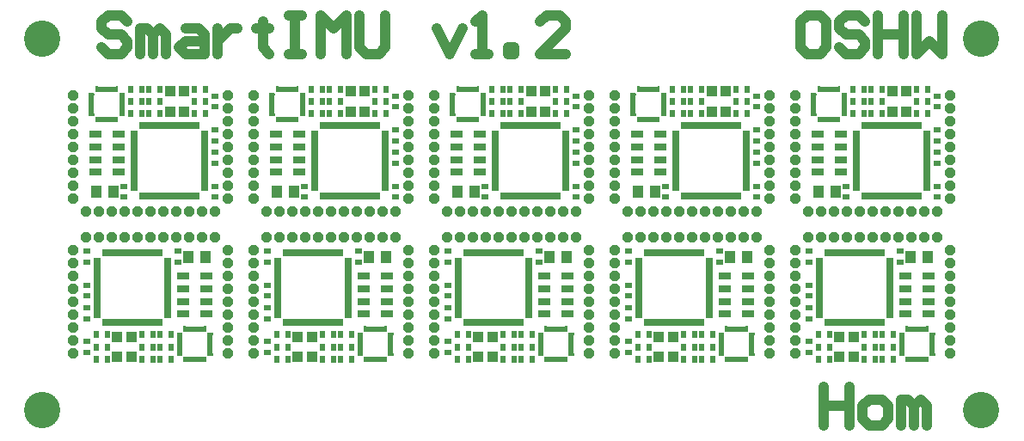
<source format=gts>
%FSLAX25Y25*%
%MOIN*%
G70*
G01*
G75*
G04 Layer_Color=8388736*
%ADD10C,0.00400*%
%ADD11C,0.03000*%
%ADD12R,0.03600X0.04400*%
%ADD13R,0.02000X0.02400*%
%ADD14R,0.02400X0.02000*%
%ADD15C,0.00787*%
%ADD16R,0.01969X0.00787*%
%ADD17R,0.00787X0.01969*%
%ADD18R,0.04331X0.02362*%
%ADD19R,0.03937X0.03937*%
%ADD20R,0.02756X0.01181*%
%ADD21R,0.01181X0.02756*%
%ADD22C,0.00600*%
%ADD23C,0.00800*%
%ADD24C,0.13780*%
%ADD25P,0.04330X8X202.5*%
%ADD26P,0.04330X8X292.5*%
%ADD27C,0.02000*%
%ADD28R,0.07400X0.07400*%
%ADD29R,0.22000X0.22000*%
%ADD30R,0.00450X0.02200*%
%ADD31R,0.02200X0.00450*%
%ADD32R,0.04000X0.00800*%
%ADD33R,0.00450X0.01400*%
%ADD34R,0.00450X0.01400*%
%ADD35R,0.01400X0.00450*%
%ADD36R,0.01400X0.00450*%
%ADD37C,0.04000*%
%ADD38R,0.02362X0.09055*%
%ADD39R,0.09055X0.02362*%
%ADD40R,0.03150X0.23228*%
%ADD41R,0.23228X0.03150*%
%ADD42R,0.03900X0.04700*%
%ADD43R,0.02300X0.02700*%
%ADD44R,0.02700X0.02300*%
%ADD45R,0.02169X0.00987*%
%ADD46R,0.00987X0.02169*%
%ADD47R,0.04631X0.02662*%
%ADD48R,0.04237X0.04237*%
%ADD49R,0.02956X0.01381*%
%ADD50R,0.01381X0.02956*%
%ADD51C,0.14079*%
G36*
X33077Y127323D02*
X32825Y127071D01*
X30912D01*
Y128055D01*
X33077D01*
Y127323D01*
D02*
G37*
G36*
X44888Y127071D02*
X42975D01*
X42723Y127323D01*
Y128055D01*
X44888D01*
Y127071D01*
D02*
G37*
G36*
X34455Y124512D02*
X33471D01*
Y126425D01*
X33723Y126677D01*
X34455D01*
Y124512D01*
D02*
G37*
G36*
X42329Y126425D02*
Y124512D01*
X41345D01*
Y126677D01*
X42077D01*
X42329Y126425D01*
D02*
G37*
G36*
X34455Y136323D02*
X33723D01*
X33471Y136575D01*
Y138488D01*
X34455D01*
Y136323D01*
D02*
G37*
G36*
X42329Y136575D02*
X42077Y136323D01*
X41345D01*
Y138488D01*
X42329D01*
Y136575D01*
D02*
G37*
G36*
X33077Y135677D02*
Y134945D01*
X30912D01*
Y135929D01*
X32825D01*
X33077Y135677D01*
D02*
G37*
G36*
X44888Y134945D02*
X42723D01*
Y135677D01*
X42975Y135929D01*
X44888D01*
Y134945D01*
D02*
G37*
G36*
X103077Y127323D02*
X102825Y127071D01*
X100912D01*
Y128055D01*
X103077D01*
Y127323D01*
D02*
G37*
G36*
X114888Y127071D02*
X112975D01*
X112723Y127323D01*
Y128055D01*
X114888D01*
Y127071D01*
D02*
G37*
G36*
X104455Y124512D02*
X103471D01*
Y126425D01*
X103723Y126677D01*
X104455D01*
Y124512D01*
D02*
G37*
G36*
X112329Y126425D02*
Y124512D01*
X111345D01*
Y126677D01*
X112077D01*
X112329Y126425D01*
D02*
G37*
G36*
X104455Y136323D02*
X103723D01*
X103471Y136575D01*
Y138488D01*
X104455D01*
Y136323D01*
D02*
G37*
G36*
X112329Y136575D02*
X112077Y136323D01*
X111345D01*
Y138488D01*
X112329D01*
Y136575D01*
D02*
G37*
G36*
X103077Y135677D02*
Y134945D01*
X100912D01*
Y135929D01*
X102825D01*
X103077Y135677D01*
D02*
G37*
G36*
X114888Y134945D02*
X112723D01*
Y135677D01*
X112975Y135929D01*
X114888D01*
Y134945D01*
D02*
G37*
G36*
X173077Y127323D02*
X172825Y127071D01*
X170912D01*
Y128055D01*
X173077D01*
Y127323D01*
D02*
G37*
G36*
X184888Y127071D02*
X182975D01*
X182723Y127323D01*
Y128055D01*
X184888D01*
Y127071D01*
D02*
G37*
G36*
X174455Y124512D02*
X173471D01*
Y126425D01*
X173723Y126677D01*
X174455D01*
Y124512D01*
D02*
G37*
G36*
X182329Y126425D02*
Y124512D01*
X181345D01*
Y126677D01*
X182077D01*
X182329Y126425D01*
D02*
G37*
G36*
X174455Y136323D02*
X173723D01*
X173471Y136575D01*
Y138488D01*
X174455D01*
Y136323D01*
D02*
G37*
G36*
X182329Y136575D02*
X182077Y136323D01*
X181345D01*
Y138488D01*
X182329D01*
Y136575D01*
D02*
G37*
G36*
X173077Y135677D02*
Y134945D01*
X170912D01*
Y135929D01*
X172825D01*
X173077Y135677D01*
D02*
G37*
G36*
X184888Y134945D02*
X182723D01*
Y135677D01*
X182975Y135929D01*
X184888D01*
Y134945D01*
D02*
G37*
G36*
X243077Y127323D02*
X242825Y127071D01*
X240912D01*
Y128055D01*
X243077D01*
Y127323D01*
D02*
G37*
G36*
X254888Y127071D02*
X252975D01*
X252723Y127323D01*
Y128055D01*
X254888D01*
Y127071D01*
D02*
G37*
G36*
X244455Y124512D02*
X243471D01*
Y126425D01*
X243723Y126677D01*
X244455D01*
Y124512D01*
D02*
G37*
G36*
X252329Y126425D02*
Y124512D01*
X251345D01*
Y126677D01*
X252077D01*
X252329Y126425D01*
D02*
G37*
G36*
X244455Y136323D02*
X243723D01*
X243471Y136575D01*
Y138488D01*
X244455D01*
Y136323D01*
D02*
G37*
G36*
X252329Y136575D02*
X252077Y136323D01*
X251345D01*
Y138488D01*
X252329D01*
Y136575D01*
D02*
G37*
G36*
X243077Y135677D02*
Y134945D01*
X240912D01*
Y135929D01*
X242825D01*
X243077Y135677D01*
D02*
G37*
G36*
X254888Y134945D02*
X252723D01*
Y135677D01*
X252975Y135929D01*
X254888D01*
Y134945D01*
D02*
G37*
G36*
X313077Y127323D02*
X312825Y127071D01*
X310912D01*
Y128055D01*
X313077D01*
Y127323D01*
D02*
G37*
G36*
X324888Y127071D02*
X322975D01*
X322723Y127323D01*
Y128055D01*
X324888D01*
Y127071D01*
D02*
G37*
G36*
X314455Y124512D02*
X313471D01*
Y126425D01*
X313723Y126677D01*
X314455D01*
Y124512D01*
D02*
G37*
G36*
X322329Y126425D02*
Y124512D01*
X321345D01*
Y126677D01*
X322077D01*
X322329Y126425D01*
D02*
G37*
G36*
X314455Y136323D02*
X313723D01*
X313471Y136575D01*
Y138488D01*
X314455D01*
Y136323D01*
D02*
G37*
G36*
X322329Y136575D02*
X322077Y136323D01*
X321345D01*
Y138488D01*
X322329D01*
Y136575D01*
D02*
G37*
G36*
X313077Y135677D02*
Y134945D01*
X310912D01*
Y135929D01*
X312825D01*
X313077Y135677D01*
D02*
G37*
G36*
X324888Y134945D02*
X322723D01*
Y135677D01*
X322975Y135929D01*
X324888D01*
Y134945D01*
D02*
G37*
G36*
X356923Y42677D02*
X357175Y42929D01*
X359088D01*
Y41945D01*
X356923D01*
Y42677D01*
D02*
G37*
G36*
X345112Y42929D02*
X347025D01*
X347277Y42677D01*
Y41945D01*
X345112D01*
Y42929D01*
D02*
G37*
G36*
X355545Y45488D02*
X356529D01*
Y43575D01*
X356277Y43323D01*
X355545D01*
Y45488D01*
D02*
G37*
G36*
X347671Y43575D02*
Y45488D01*
X348655D01*
Y43323D01*
X347923D01*
X347671Y43575D01*
D02*
G37*
G36*
X355545Y33677D02*
X356277D01*
X356529Y33425D01*
Y31512D01*
X355545D01*
Y33677D01*
D02*
G37*
G36*
X347671Y33425D02*
X347923Y33677D01*
X348655D01*
Y31512D01*
X347671D01*
Y33425D01*
D02*
G37*
G36*
X356923Y34323D02*
Y35055D01*
X359088D01*
Y34071D01*
X357175D01*
X356923Y34323D01*
D02*
G37*
G36*
X345112Y35055D02*
X347277D01*
Y34323D01*
X347025Y34071D01*
X345112D01*
Y35055D01*
D02*
G37*
G36*
X286923Y42677D02*
X287175Y42929D01*
X289088D01*
Y41945D01*
X286923D01*
Y42677D01*
D02*
G37*
G36*
X275112Y42929D02*
X277025D01*
X277277Y42677D01*
Y41945D01*
X275112D01*
Y42929D01*
D02*
G37*
G36*
X285545Y45488D02*
X286529D01*
Y43575D01*
X286277Y43323D01*
X285545D01*
Y45488D01*
D02*
G37*
G36*
X277671Y43575D02*
Y45488D01*
X278655D01*
Y43323D01*
X277923D01*
X277671Y43575D01*
D02*
G37*
G36*
X285545Y33677D02*
X286277D01*
X286529Y33425D01*
Y31512D01*
X285545D01*
Y33677D01*
D02*
G37*
G36*
X277671Y33425D02*
X277923Y33677D01*
X278655D01*
Y31512D01*
X277671D01*
Y33425D01*
D02*
G37*
G36*
X286923Y34323D02*
Y35055D01*
X289088D01*
Y34071D01*
X287175D01*
X286923Y34323D01*
D02*
G37*
G36*
X275112Y35055D02*
X277277D01*
Y34323D01*
X277025Y34071D01*
X275112D01*
Y35055D01*
D02*
G37*
G36*
X216923Y42677D02*
X217175Y42929D01*
X219088D01*
Y41945D01*
X216923D01*
Y42677D01*
D02*
G37*
G36*
X205112Y42929D02*
X207025D01*
X207277Y42677D01*
Y41945D01*
X205112D01*
Y42929D01*
D02*
G37*
G36*
X215545Y45488D02*
X216529D01*
Y43575D01*
X216277Y43323D01*
X215545D01*
Y45488D01*
D02*
G37*
G36*
X207671Y43575D02*
Y45488D01*
X208655D01*
Y43323D01*
X207923D01*
X207671Y43575D01*
D02*
G37*
G36*
X215545Y33677D02*
X216277D01*
X216529Y33425D01*
Y31512D01*
X215545D01*
Y33677D01*
D02*
G37*
G36*
X207671Y33425D02*
X207923Y33677D01*
X208655D01*
Y31512D01*
X207671D01*
Y33425D01*
D02*
G37*
G36*
X216923Y34323D02*
Y35055D01*
X219088D01*
Y34071D01*
X217175D01*
X216923Y34323D01*
D02*
G37*
G36*
X205112Y35055D02*
X207277D01*
Y34323D01*
X207025Y34071D01*
X205112D01*
Y35055D01*
D02*
G37*
G36*
X146923Y42677D02*
X147175Y42929D01*
X149088D01*
Y41945D01*
X146923D01*
Y42677D01*
D02*
G37*
G36*
X135112Y42929D02*
X137025D01*
X137277Y42677D01*
Y41945D01*
X135112D01*
Y42929D01*
D02*
G37*
G36*
X145545Y45488D02*
X146529D01*
Y43575D01*
X146277Y43323D01*
X145545D01*
Y45488D01*
D02*
G37*
G36*
X137671Y43575D02*
Y45488D01*
X138655D01*
Y43323D01*
X137923D01*
X137671Y43575D01*
D02*
G37*
G36*
X145545Y33677D02*
X146277D01*
X146529Y33425D01*
Y31512D01*
X145545D01*
Y33677D01*
D02*
G37*
G36*
X137671Y33425D02*
X137923Y33677D01*
X138655D01*
Y31512D01*
X137671D01*
Y33425D01*
D02*
G37*
G36*
X146923Y34323D02*
Y35055D01*
X149088D01*
Y34071D01*
X147175D01*
X146923Y34323D01*
D02*
G37*
G36*
X135112Y35055D02*
X137277D01*
Y34323D01*
X137025Y34071D01*
X135112D01*
Y35055D01*
D02*
G37*
G36*
X76923Y42677D02*
X77175Y42929D01*
X79088D01*
Y41945D01*
X76923D01*
Y42677D01*
D02*
G37*
G36*
X65112Y42929D02*
X67025D01*
X67277Y42677D01*
Y41945D01*
X65112D01*
Y42929D01*
D02*
G37*
G36*
X75545Y45488D02*
X76529D01*
Y43575D01*
X76277Y43323D01*
X75545D01*
Y45488D01*
D02*
G37*
G36*
X67671Y43575D02*
Y45488D01*
X68655D01*
Y43323D01*
X67923D01*
X67671Y43575D01*
D02*
G37*
G36*
X75545Y33677D02*
X76277D01*
X76529Y33425D01*
Y31512D01*
X75545D01*
Y33677D01*
D02*
G37*
G36*
X67671Y33425D02*
X67923Y33677D01*
X68655D01*
Y31512D01*
X67671D01*
Y33425D01*
D02*
G37*
G36*
X76923Y34323D02*
Y35055D01*
X79088D01*
Y34071D01*
X77175D01*
X76923Y34323D01*
D02*
G37*
G36*
X65112Y35055D02*
X67277D01*
Y34323D01*
X67025Y34071D01*
X65112D01*
Y35055D01*
D02*
G37*
D15*
X31995Y135437D02*
D03*
X33963Y137406D02*
D03*
X41837D02*
D03*
X43806Y135437D02*
D03*
Y127563D02*
D03*
X41837Y125594D02*
D03*
X31995Y127563D02*
D03*
X33963Y125594D02*
D03*
X101995Y135437D02*
D03*
X103963Y137406D02*
D03*
X111837D02*
D03*
X113806Y135437D02*
D03*
Y127563D02*
D03*
X111837Y125594D02*
D03*
X101995Y127563D02*
D03*
X103963Y125594D02*
D03*
X171994Y135437D02*
D03*
X173963Y137406D02*
D03*
X181837D02*
D03*
X183806Y135437D02*
D03*
Y127563D02*
D03*
X181837Y125594D02*
D03*
X171994Y127563D02*
D03*
X173963Y125594D02*
D03*
X241995Y135437D02*
D03*
X243963Y137406D02*
D03*
X251837D02*
D03*
X253806Y135437D02*
D03*
Y127563D02*
D03*
X251837Y125594D02*
D03*
X241995Y127563D02*
D03*
X243963Y125594D02*
D03*
X311995Y135437D02*
D03*
X313963Y137406D02*
D03*
X321837D02*
D03*
X323806Y135437D02*
D03*
Y127563D02*
D03*
X321837Y125594D02*
D03*
X311995Y127563D02*
D03*
X313963Y125594D02*
D03*
X358006Y34563D02*
D03*
X356037Y32594D02*
D03*
X348163D02*
D03*
X346195Y34563D02*
D03*
Y42437D02*
D03*
X348163Y44406D02*
D03*
X358006Y42437D02*
D03*
X356037Y44406D02*
D03*
X288006Y34563D02*
D03*
X286037Y32594D02*
D03*
X278163D02*
D03*
X276195Y34563D02*
D03*
Y42437D02*
D03*
X278163Y44406D02*
D03*
X288006Y42437D02*
D03*
X286037Y44406D02*
D03*
X218006Y34563D02*
D03*
X216037Y32594D02*
D03*
X208163D02*
D03*
X206194Y34563D02*
D03*
Y42437D02*
D03*
X208163Y44406D02*
D03*
X218006Y42437D02*
D03*
X216037Y44406D02*
D03*
X148006Y34563D02*
D03*
X146037Y32594D02*
D03*
X138163D02*
D03*
X136195Y34563D02*
D03*
Y42437D02*
D03*
X138163Y44406D02*
D03*
X148006Y42437D02*
D03*
X146037Y44406D02*
D03*
X78006Y34563D02*
D03*
X76037Y32594D02*
D03*
X68163D02*
D03*
X66194Y34563D02*
D03*
Y42437D02*
D03*
X68163Y44406D02*
D03*
X78006Y42437D02*
D03*
X76037Y44406D02*
D03*
D25*
X25000Y135000D02*
D03*
X85000Y130000D02*
D03*
Y135000D02*
D03*
X25000Y95000D02*
D03*
Y120000D02*
D03*
X85000Y95000D02*
D03*
Y105000D02*
D03*
Y100000D02*
D03*
X24996Y125000D02*
D03*
X25000Y100000D02*
D03*
Y115000D02*
D03*
Y110000D02*
D03*
Y105000D02*
D03*
Y130000D02*
D03*
X85000Y110000D02*
D03*
Y115000D02*
D03*
Y120000D02*
D03*
Y125000D02*
D03*
X95000Y135000D02*
D03*
X155000Y130000D02*
D03*
Y135000D02*
D03*
X95000Y95000D02*
D03*
Y120000D02*
D03*
X155000Y95000D02*
D03*
Y105000D02*
D03*
Y100000D02*
D03*
X94996Y125000D02*
D03*
X95000Y100000D02*
D03*
Y115000D02*
D03*
Y110000D02*
D03*
Y105000D02*
D03*
Y130000D02*
D03*
X155000Y110000D02*
D03*
Y115000D02*
D03*
Y120000D02*
D03*
Y125000D02*
D03*
X165000Y135000D02*
D03*
X225000Y130000D02*
D03*
Y135000D02*
D03*
X165000Y95000D02*
D03*
Y120000D02*
D03*
X225000Y95000D02*
D03*
Y105000D02*
D03*
Y100000D02*
D03*
X164996Y125000D02*
D03*
X165000Y100000D02*
D03*
Y115000D02*
D03*
Y110000D02*
D03*
Y105000D02*
D03*
Y130000D02*
D03*
X225000Y110000D02*
D03*
Y115000D02*
D03*
Y120000D02*
D03*
Y125000D02*
D03*
X235000Y135000D02*
D03*
X295000Y130000D02*
D03*
Y135000D02*
D03*
X235000Y95000D02*
D03*
Y120000D02*
D03*
X295000Y95000D02*
D03*
Y105000D02*
D03*
Y100000D02*
D03*
X234996Y125000D02*
D03*
X235000Y100000D02*
D03*
Y115000D02*
D03*
Y110000D02*
D03*
Y105000D02*
D03*
Y130000D02*
D03*
X295000Y110000D02*
D03*
Y115000D02*
D03*
Y120000D02*
D03*
Y125000D02*
D03*
X305000Y135000D02*
D03*
X365000Y130000D02*
D03*
Y135000D02*
D03*
X305000Y95000D02*
D03*
Y120000D02*
D03*
X365000Y95000D02*
D03*
Y105000D02*
D03*
Y100000D02*
D03*
X304996Y125000D02*
D03*
X305000Y100000D02*
D03*
Y115000D02*
D03*
Y110000D02*
D03*
Y105000D02*
D03*
Y130000D02*
D03*
X365000Y110000D02*
D03*
Y115000D02*
D03*
Y120000D02*
D03*
Y125000D02*
D03*
Y35000D02*
D03*
X305000Y40000D02*
D03*
Y35000D02*
D03*
X365000Y75000D02*
D03*
Y50000D02*
D03*
X305000Y75000D02*
D03*
Y65000D02*
D03*
Y70000D02*
D03*
X365004Y45000D02*
D03*
X365000Y70000D02*
D03*
Y55000D02*
D03*
Y60000D02*
D03*
Y65000D02*
D03*
Y40000D02*
D03*
X305000Y60000D02*
D03*
Y55000D02*
D03*
Y50000D02*
D03*
Y45000D02*
D03*
X295000Y35000D02*
D03*
X235000Y40000D02*
D03*
Y35000D02*
D03*
X295000Y75000D02*
D03*
Y50000D02*
D03*
X235000Y75000D02*
D03*
Y65000D02*
D03*
Y70000D02*
D03*
X295004Y45000D02*
D03*
X295000Y70000D02*
D03*
Y55000D02*
D03*
Y60000D02*
D03*
Y65000D02*
D03*
Y40000D02*
D03*
X235000Y60000D02*
D03*
Y55000D02*
D03*
Y50000D02*
D03*
Y45000D02*
D03*
X225000Y35000D02*
D03*
X165000Y40000D02*
D03*
Y35000D02*
D03*
X225000Y75000D02*
D03*
Y50000D02*
D03*
X165000Y75000D02*
D03*
Y65000D02*
D03*
Y70000D02*
D03*
X225004Y45000D02*
D03*
X225000Y70000D02*
D03*
Y55000D02*
D03*
Y60000D02*
D03*
Y65000D02*
D03*
Y40000D02*
D03*
X165000Y60000D02*
D03*
Y55000D02*
D03*
Y50000D02*
D03*
Y45000D02*
D03*
X155000Y35000D02*
D03*
X95000Y40000D02*
D03*
Y35000D02*
D03*
X155000Y75000D02*
D03*
Y50000D02*
D03*
X95000Y75000D02*
D03*
Y65000D02*
D03*
Y70000D02*
D03*
X155004Y45000D02*
D03*
X155000Y70000D02*
D03*
Y55000D02*
D03*
Y60000D02*
D03*
Y65000D02*
D03*
Y40000D02*
D03*
X95000Y60000D02*
D03*
Y55000D02*
D03*
Y50000D02*
D03*
Y45000D02*
D03*
X85000Y35000D02*
D03*
X25000Y40000D02*
D03*
Y35000D02*
D03*
X85000Y75000D02*
D03*
Y50000D02*
D03*
X25000Y75000D02*
D03*
Y65000D02*
D03*
Y70000D02*
D03*
X85004Y45000D02*
D03*
X85000Y70000D02*
D03*
Y55000D02*
D03*
Y60000D02*
D03*
Y65000D02*
D03*
Y40000D02*
D03*
X25000Y60000D02*
D03*
Y55000D02*
D03*
Y50000D02*
D03*
Y45000D02*
D03*
D26*
X65000Y90000D02*
D03*
X70000D02*
D03*
X75000D02*
D03*
X30000D02*
D03*
X80000D02*
D03*
X60000D02*
D03*
X55000D02*
D03*
X35000D02*
D03*
X40000D02*
D03*
X45000D02*
D03*
X50000D02*
D03*
X135000D02*
D03*
X140000D02*
D03*
X145000D02*
D03*
X100000D02*
D03*
X150000D02*
D03*
X130000D02*
D03*
X125000D02*
D03*
X105000D02*
D03*
X110000D02*
D03*
X115000D02*
D03*
X120000D02*
D03*
X205000D02*
D03*
X210000D02*
D03*
X215000D02*
D03*
X170000D02*
D03*
X220000D02*
D03*
X200000D02*
D03*
X195000D02*
D03*
X175000D02*
D03*
X180000D02*
D03*
X185000D02*
D03*
X190000D02*
D03*
X275000D02*
D03*
X280000D02*
D03*
X285000D02*
D03*
X240000D02*
D03*
X290000D02*
D03*
X270000D02*
D03*
X265000D02*
D03*
X245000D02*
D03*
X250000D02*
D03*
X255000D02*
D03*
X260000D02*
D03*
X345000D02*
D03*
X350000D02*
D03*
X355000D02*
D03*
X310000D02*
D03*
X360000D02*
D03*
X340000D02*
D03*
X335000D02*
D03*
X315000D02*
D03*
X320000D02*
D03*
X325000D02*
D03*
X330000D02*
D03*
X325000Y80000D02*
D03*
X320000D02*
D03*
X315000D02*
D03*
X360000D02*
D03*
X310000D02*
D03*
X330000D02*
D03*
X335000D02*
D03*
X355000D02*
D03*
X350000D02*
D03*
X345000D02*
D03*
X340000D02*
D03*
X255000D02*
D03*
X250000D02*
D03*
X245000D02*
D03*
X290000D02*
D03*
X240000D02*
D03*
X260000D02*
D03*
X265000D02*
D03*
X285000D02*
D03*
X280000D02*
D03*
X275000D02*
D03*
X270000D02*
D03*
X185000D02*
D03*
X180000D02*
D03*
X175000D02*
D03*
X220000D02*
D03*
X170000D02*
D03*
X190000D02*
D03*
X195000D02*
D03*
X215000D02*
D03*
X210000D02*
D03*
X205000D02*
D03*
X200000D02*
D03*
X115000D02*
D03*
X110000D02*
D03*
X105000D02*
D03*
X150000D02*
D03*
X100000D02*
D03*
X120000D02*
D03*
X125000D02*
D03*
X145000D02*
D03*
X140000D02*
D03*
X135000D02*
D03*
X130000D02*
D03*
X45000D02*
D03*
X40000D02*
D03*
X35000D02*
D03*
X80000D02*
D03*
X30000D02*
D03*
X50000D02*
D03*
X55000D02*
D03*
X75000D02*
D03*
X70000D02*
D03*
X65000D02*
D03*
X60000D02*
D03*
D37*
X316000Y21995D02*
Y7000D01*
Y14498D01*
X325997D01*
Y21995D01*
Y7000D01*
X333494D02*
X338493D01*
X340992Y9499D01*
Y14498D01*
X338493Y16997D01*
X333494D01*
X330995Y14498D01*
Y9499D01*
X333494Y7000D01*
X345990D02*
Y16997D01*
X348489D01*
X350989Y14498D01*
Y7000D01*
Y14498D01*
X353488Y16997D01*
X355987Y14498D01*
Y7000D01*
X314498Y165995D02*
X309499D01*
X307000Y163496D01*
Y153499D01*
X309499Y151000D01*
X314498D01*
X316997Y153499D01*
Y163496D01*
X314498Y165995D01*
X331992Y163496D02*
X329493Y165995D01*
X324494D01*
X321995Y163496D01*
Y160997D01*
X324494Y158498D01*
X329493D01*
X331992Y155998D01*
Y153499D01*
X329493Y151000D01*
X324494D01*
X321995Y153499D01*
X336990Y165995D02*
Y151000D01*
Y158498D01*
X346987D01*
Y165995D01*
Y151000D01*
X351986Y165995D02*
Y151000D01*
X356984Y155998D01*
X361982Y151000D01*
Y165995D01*
X45997Y163496D02*
X43498Y165995D01*
X38499D01*
X36000Y163496D01*
Y160997D01*
X38499Y158498D01*
X43498D01*
X45997Y155998D01*
Y153499D01*
X43498Y151000D01*
X38499D01*
X36000Y153499D01*
X50995Y151000D02*
Y160997D01*
X53494D01*
X55994Y158498D01*
Y151000D01*
Y158498D01*
X58493Y160997D01*
X60992Y158498D01*
Y151000D01*
X68489Y160997D02*
X73488D01*
X75987Y158498D01*
Y151000D01*
X68489D01*
X65990Y153499D01*
X68489Y155998D01*
X75987D01*
X80985Y160997D02*
Y151000D01*
Y155998D01*
X83485Y158498D01*
X85984Y160997D01*
X88483D01*
X98480Y163496D02*
Y160997D01*
X95981D01*
X100979D01*
X98480D01*
Y153499D01*
X100979Y151000D01*
X108477Y165995D02*
X113475D01*
X110976D01*
Y151000D01*
X108477D01*
X113475D01*
X120973D02*
Y165995D01*
X125971Y160997D01*
X130969Y165995D01*
Y151000D01*
X135968Y165995D02*
Y153499D01*
X138467Y151000D01*
X143465D01*
X145965Y153499D01*
Y165995D01*
X165958Y160997D02*
X170956Y151000D01*
X175955Y160997D01*
X180953Y151000D02*
X185951D01*
X183452D01*
Y165995D01*
X180953Y163496D01*
X193449Y151000D02*
Y153499D01*
X195948D01*
Y151000D01*
X193449D01*
X215942D02*
X205945D01*
X215942Y160997D01*
Y163496D01*
X213443Y165995D01*
X208444D01*
X205945Y163496D01*
D38*
X43806Y131500D02*
D03*
X31995Y131500D02*
D03*
X113805Y131500D02*
D03*
X101995Y131500D02*
D03*
X183806Y131500D02*
D03*
X171995Y131500D02*
D03*
X253805Y131500D02*
D03*
X241995Y131500D02*
D03*
X323805Y131500D02*
D03*
X311995Y131500D02*
D03*
X346195Y38500D02*
D03*
X358005D02*
D03*
X276195D02*
D03*
X288005D02*
D03*
X206195D02*
D03*
X218005D02*
D03*
X136195D02*
D03*
X148005D02*
D03*
X66195D02*
D03*
X78005D02*
D03*
D39*
X37900Y137406D02*
D03*
X37900Y125595D02*
D03*
X107900Y137406D02*
D03*
X107900Y125595D02*
D03*
X177900Y137406D02*
D03*
X177900Y125595D02*
D03*
X247900Y137406D02*
D03*
X247900Y125595D02*
D03*
X317900Y137406D02*
D03*
X317900Y125595D02*
D03*
X352100Y32595D02*
D03*
X352100Y44405D02*
D03*
X282100Y32595D02*
D03*
X282100Y44405D02*
D03*
X212100Y32595D02*
D03*
X212100Y44405D02*
D03*
X142100Y32595D02*
D03*
X142100Y44405D02*
D03*
X72100Y32595D02*
D03*
X72100Y44405D02*
D03*
D40*
X75783Y109600D02*
D03*
X48617D02*
D03*
X145783D02*
D03*
X118617D02*
D03*
X215783D02*
D03*
X188617D02*
D03*
X285783D02*
D03*
X258617D02*
D03*
X355783D02*
D03*
X328617D02*
D03*
X314217Y60400D02*
D03*
X341383D02*
D03*
X244217D02*
D03*
X271383D02*
D03*
X174217D02*
D03*
X201383D02*
D03*
X104217D02*
D03*
X131383D02*
D03*
X34217D02*
D03*
X61383D02*
D03*
D41*
X62200Y123183D02*
D03*
Y96017D02*
D03*
X132200Y123183D02*
D03*
Y96017D02*
D03*
X202200Y123183D02*
D03*
Y96017D02*
D03*
X272200Y123183D02*
D03*
Y96017D02*
D03*
X342200Y123183D02*
D03*
Y96017D02*
D03*
X327800Y46817D02*
D03*
Y73983D02*
D03*
X257800Y46817D02*
D03*
Y73983D02*
D03*
X187800Y46817D02*
D03*
Y73983D02*
D03*
X117800Y46817D02*
D03*
Y73983D02*
D03*
X47800Y46817D02*
D03*
Y73983D02*
D03*
D42*
X33800Y97600D02*
D03*
X40400D02*
D03*
X103800D02*
D03*
X110400D02*
D03*
X173800D02*
D03*
X180400D02*
D03*
X243800D02*
D03*
X250400D02*
D03*
X313800D02*
D03*
X320400D02*
D03*
X356200Y72400D02*
D03*
X349600D02*
D03*
X286200D02*
D03*
X279600D02*
D03*
X216200D02*
D03*
X209600D02*
D03*
X146200D02*
D03*
X139600D02*
D03*
X76200D02*
D03*
X69600D02*
D03*
D43*
X54300Y137300D02*
D03*
X58500D02*
D03*
Y127900D02*
D03*
X54300D02*
D03*
X76100Y137300D02*
D03*
X71900D02*
D03*
X76100Y132600D02*
D03*
X71900D02*
D03*
X51500Y127900D02*
D03*
X47300D02*
D03*
X51500Y132600D02*
D03*
X47300D02*
D03*
X51500Y137300D02*
D03*
X47300D02*
D03*
X54300Y132600D02*
D03*
X58500D02*
D03*
X76100Y127900D02*
D03*
X71900D02*
D03*
X124300Y137300D02*
D03*
X128500D02*
D03*
Y127900D02*
D03*
X124300D02*
D03*
X146100Y137300D02*
D03*
X141900D02*
D03*
X146100Y132600D02*
D03*
X141900D02*
D03*
X121500Y127900D02*
D03*
X117300D02*
D03*
X121500Y132600D02*
D03*
X117300D02*
D03*
X121500Y137300D02*
D03*
X117300D02*
D03*
X124300Y132600D02*
D03*
X128500D02*
D03*
X146100Y127900D02*
D03*
X141900D02*
D03*
X194300Y137300D02*
D03*
X198500D02*
D03*
Y127900D02*
D03*
X194300D02*
D03*
X216100Y137300D02*
D03*
X211900D02*
D03*
X216100Y132600D02*
D03*
X211900D02*
D03*
X191500Y127900D02*
D03*
X187300D02*
D03*
X191500Y132600D02*
D03*
X187300D02*
D03*
X191500Y137300D02*
D03*
X187300D02*
D03*
X194300Y132600D02*
D03*
X198500D02*
D03*
X216100Y127900D02*
D03*
X211900D02*
D03*
X264300Y137300D02*
D03*
X268500D02*
D03*
Y127900D02*
D03*
X264300D02*
D03*
X286100Y137300D02*
D03*
X281900D02*
D03*
X286100Y132600D02*
D03*
X281900D02*
D03*
X261500Y127900D02*
D03*
X257300D02*
D03*
X261500Y132600D02*
D03*
X257300D02*
D03*
X261500Y137300D02*
D03*
X257300D02*
D03*
X264300Y132600D02*
D03*
X268500D02*
D03*
X286100Y127900D02*
D03*
X281900D02*
D03*
X334300Y137300D02*
D03*
X338500D02*
D03*
Y127900D02*
D03*
X334300D02*
D03*
X356100Y137300D02*
D03*
X351900D02*
D03*
X356100Y132600D02*
D03*
X351900D02*
D03*
X331500Y127900D02*
D03*
X327300D02*
D03*
X331500Y132600D02*
D03*
X327300D02*
D03*
X331500Y137300D02*
D03*
X327300D02*
D03*
X334300Y132600D02*
D03*
X338500D02*
D03*
X356100Y127900D02*
D03*
X351900D02*
D03*
X335700Y32700D02*
D03*
X331500D02*
D03*
Y42100D02*
D03*
X335700D02*
D03*
X313900Y32700D02*
D03*
X318100D02*
D03*
X313900Y37400D02*
D03*
X318100D02*
D03*
X338500Y42100D02*
D03*
X342700D02*
D03*
X338500Y37400D02*
D03*
X342700D02*
D03*
X338500Y32700D02*
D03*
X342700D02*
D03*
X335700Y37400D02*
D03*
X331500D02*
D03*
X313900Y42100D02*
D03*
X318100D02*
D03*
X265700Y32700D02*
D03*
X261500D02*
D03*
Y42100D02*
D03*
X265700D02*
D03*
X243900Y32700D02*
D03*
X248100D02*
D03*
X243900Y37400D02*
D03*
X248100D02*
D03*
X268500Y42100D02*
D03*
X272700D02*
D03*
X268500Y37400D02*
D03*
X272700D02*
D03*
X268500Y32700D02*
D03*
X272700D02*
D03*
X265700Y37400D02*
D03*
X261500D02*
D03*
X243900Y42100D02*
D03*
X248100D02*
D03*
X195700Y32700D02*
D03*
X191500D02*
D03*
Y42100D02*
D03*
X195700D02*
D03*
X173900Y32700D02*
D03*
X178100D02*
D03*
X173900Y37400D02*
D03*
X178100D02*
D03*
X198500Y42100D02*
D03*
X202700D02*
D03*
X198500Y37400D02*
D03*
X202700D02*
D03*
X198500Y32700D02*
D03*
X202700D02*
D03*
X195700Y37400D02*
D03*
X191500D02*
D03*
X173900Y42100D02*
D03*
X178100D02*
D03*
X125700Y32700D02*
D03*
X121500D02*
D03*
Y42100D02*
D03*
X125700D02*
D03*
X103900Y32700D02*
D03*
X108100D02*
D03*
X103900Y37400D02*
D03*
X108100D02*
D03*
X128500Y42100D02*
D03*
X132700D02*
D03*
X128500Y37400D02*
D03*
X132700D02*
D03*
X128500Y32700D02*
D03*
X132700D02*
D03*
X125700Y37400D02*
D03*
X121500D02*
D03*
X103900Y42100D02*
D03*
X108100D02*
D03*
X55700Y32700D02*
D03*
X51500D02*
D03*
Y42100D02*
D03*
X55700D02*
D03*
X33900Y32700D02*
D03*
X38100D02*
D03*
X33900Y37400D02*
D03*
X38100D02*
D03*
X58500Y42100D02*
D03*
X62700D02*
D03*
X58500Y37400D02*
D03*
X62700D02*
D03*
X58500Y32700D02*
D03*
X62700D02*
D03*
X55700Y37400D02*
D03*
X51500D02*
D03*
X33900Y42100D02*
D03*
X38100D02*
D03*
D44*
X44600Y99700D02*
D03*
Y95500D02*
D03*
X79800Y99700D02*
D03*
Y95500D02*
D03*
Y117400D02*
D03*
Y121600D02*
D03*
Y134700D02*
D03*
Y130500D02*
D03*
Y112800D02*
D03*
Y108600D02*
D03*
X114600Y99700D02*
D03*
Y95500D02*
D03*
X149800Y99700D02*
D03*
Y95500D02*
D03*
Y117400D02*
D03*
Y121600D02*
D03*
Y134700D02*
D03*
Y130500D02*
D03*
Y112800D02*
D03*
Y108600D02*
D03*
X184600Y99700D02*
D03*
Y95500D02*
D03*
X219800Y99700D02*
D03*
Y95500D02*
D03*
Y117400D02*
D03*
Y121600D02*
D03*
Y134700D02*
D03*
Y130500D02*
D03*
Y112800D02*
D03*
Y108600D02*
D03*
X254600Y99700D02*
D03*
Y95500D02*
D03*
X289800Y99700D02*
D03*
Y95500D02*
D03*
Y117400D02*
D03*
Y121600D02*
D03*
Y134700D02*
D03*
Y130500D02*
D03*
Y112800D02*
D03*
Y108600D02*
D03*
X324600Y99700D02*
D03*
Y95500D02*
D03*
X359800Y99700D02*
D03*
Y95500D02*
D03*
Y117400D02*
D03*
Y121600D02*
D03*
Y134700D02*
D03*
Y130500D02*
D03*
Y112800D02*
D03*
Y108600D02*
D03*
X345400Y70300D02*
D03*
Y74500D02*
D03*
X310200Y70300D02*
D03*
Y74500D02*
D03*
Y52600D02*
D03*
Y48400D02*
D03*
Y35300D02*
D03*
Y39500D02*
D03*
Y57200D02*
D03*
Y61400D02*
D03*
X275400Y70300D02*
D03*
Y74500D02*
D03*
X240200Y70300D02*
D03*
Y74500D02*
D03*
Y52600D02*
D03*
Y48400D02*
D03*
Y35300D02*
D03*
Y39500D02*
D03*
Y57200D02*
D03*
Y61400D02*
D03*
X205400Y70300D02*
D03*
Y74500D02*
D03*
X170200Y70300D02*
D03*
Y74500D02*
D03*
Y52600D02*
D03*
Y48400D02*
D03*
Y35300D02*
D03*
Y39500D02*
D03*
Y57200D02*
D03*
Y61400D02*
D03*
X135400Y70300D02*
D03*
Y74500D02*
D03*
X100200Y70300D02*
D03*
Y74500D02*
D03*
Y52600D02*
D03*
Y48400D02*
D03*
Y35300D02*
D03*
Y39500D02*
D03*
Y57200D02*
D03*
Y61400D02*
D03*
X65400Y70300D02*
D03*
Y74500D02*
D03*
X30200Y70300D02*
D03*
Y74500D02*
D03*
Y52600D02*
D03*
Y48400D02*
D03*
Y35300D02*
D03*
Y39500D02*
D03*
Y57200D02*
D03*
Y61400D02*
D03*
D45*
X31995Y129138D02*
D03*
Y130713D02*
D03*
Y132287D02*
D03*
Y133862D02*
D03*
X43806D02*
D03*
Y132287D02*
D03*
Y130713D02*
D03*
Y129138D02*
D03*
X101995D02*
D03*
Y130713D02*
D03*
Y132287D02*
D03*
Y133862D02*
D03*
X113806D02*
D03*
Y132287D02*
D03*
Y130713D02*
D03*
Y129138D02*
D03*
X171994D02*
D03*
Y130713D02*
D03*
Y132287D02*
D03*
Y133862D02*
D03*
X183806D02*
D03*
Y132287D02*
D03*
Y130713D02*
D03*
Y129138D02*
D03*
X241995D02*
D03*
Y130713D02*
D03*
Y132287D02*
D03*
Y133862D02*
D03*
X253806D02*
D03*
Y132287D02*
D03*
Y130713D02*
D03*
Y129138D02*
D03*
X311995D02*
D03*
Y130713D02*
D03*
Y132287D02*
D03*
Y133862D02*
D03*
X323806D02*
D03*
Y132287D02*
D03*
Y130713D02*
D03*
Y129138D02*
D03*
X358006Y40862D02*
D03*
Y39287D02*
D03*
Y37713D02*
D03*
Y36138D02*
D03*
X346195D02*
D03*
Y37713D02*
D03*
Y39287D02*
D03*
Y40862D02*
D03*
X288006D02*
D03*
Y39287D02*
D03*
Y37713D02*
D03*
Y36138D02*
D03*
X276195D02*
D03*
Y37713D02*
D03*
Y39287D02*
D03*
Y40862D02*
D03*
X218006D02*
D03*
Y39287D02*
D03*
Y37713D02*
D03*
Y36138D02*
D03*
X206194D02*
D03*
Y37713D02*
D03*
Y39287D02*
D03*
Y40862D02*
D03*
X148006D02*
D03*
Y39287D02*
D03*
Y37713D02*
D03*
Y36138D02*
D03*
X136195D02*
D03*
Y37713D02*
D03*
Y39287D02*
D03*
Y40862D02*
D03*
X78006D02*
D03*
Y39287D02*
D03*
Y37713D02*
D03*
Y36138D02*
D03*
X66194D02*
D03*
Y37713D02*
D03*
Y39287D02*
D03*
Y40862D02*
D03*
D46*
X35538Y137406D02*
D03*
X37113D02*
D03*
X38688D02*
D03*
X40262D02*
D03*
Y125594D02*
D03*
X38688D02*
D03*
X37113D02*
D03*
X35538Y125595D02*
D03*
X105538Y137406D02*
D03*
X107113D02*
D03*
X108687D02*
D03*
X110262D02*
D03*
Y125594D02*
D03*
X108687D02*
D03*
X107113D02*
D03*
X105538Y125595D02*
D03*
X175538Y137406D02*
D03*
X177113D02*
D03*
X178687D02*
D03*
X180262D02*
D03*
Y125594D02*
D03*
X178687D02*
D03*
X177113D02*
D03*
X175538Y125595D02*
D03*
X245538Y137406D02*
D03*
X247113D02*
D03*
X248687D02*
D03*
X250262D02*
D03*
Y125594D02*
D03*
X248687D02*
D03*
X247113D02*
D03*
X245538Y125595D02*
D03*
X315538Y137406D02*
D03*
X317113D02*
D03*
X318687D02*
D03*
X320262D02*
D03*
Y125594D02*
D03*
X318687D02*
D03*
X317113D02*
D03*
X315538Y125595D02*
D03*
X354462Y32594D02*
D03*
X352887D02*
D03*
X351313D02*
D03*
X349738D02*
D03*
Y44406D02*
D03*
X351313D02*
D03*
X352887D02*
D03*
X354462Y44405D02*
D03*
X284462Y32594D02*
D03*
X282887D02*
D03*
X281313D02*
D03*
X279738D02*
D03*
Y44406D02*
D03*
X281313D02*
D03*
X282887D02*
D03*
X284462Y44405D02*
D03*
X214462Y32594D02*
D03*
X212887D02*
D03*
X211313D02*
D03*
X209738D02*
D03*
Y44406D02*
D03*
X211313D02*
D03*
X212887D02*
D03*
X214462Y44405D02*
D03*
X144462Y32594D02*
D03*
X142887D02*
D03*
X141313D02*
D03*
X139738D02*
D03*
Y44406D02*
D03*
X141313D02*
D03*
X142887D02*
D03*
X144462Y44405D02*
D03*
X74462Y32594D02*
D03*
X72887D02*
D03*
X71313D02*
D03*
X69738D02*
D03*
Y44406D02*
D03*
X71313D02*
D03*
X72887D02*
D03*
X74462Y44405D02*
D03*
D47*
X33400Y119882D02*
D03*
Y114961D02*
D03*
Y110039D02*
D03*
Y105118D02*
D03*
X42400D02*
D03*
Y110039D02*
D03*
Y114961D02*
D03*
Y119882D02*
D03*
X103400D02*
D03*
Y114961D02*
D03*
Y110039D02*
D03*
Y105118D02*
D03*
X112400D02*
D03*
Y110039D02*
D03*
Y114961D02*
D03*
Y119882D02*
D03*
X173400D02*
D03*
Y114961D02*
D03*
Y110039D02*
D03*
Y105118D02*
D03*
X182400D02*
D03*
Y110039D02*
D03*
Y114961D02*
D03*
Y119882D02*
D03*
X243400D02*
D03*
Y114961D02*
D03*
Y110039D02*
D03*
Y105118D02*
D03*
X252400D02*
D03*
Y110039D02*
D03*
Y114961D02*
D03*
Y119882D02*
D03*
X313400D02*
D03*
Y114961D02*
D03*
Y110039D02*
D03*
Y105118D02*
D03*
X322400D02*
D03*
Y110039D02*
D03*
Y114961D02*
D03*
Y119882D02*
D03*
X356600Y50118D02*
D03*
Y55039D02*
D03*
Y59961D02*
D03*
Y64882D02*
D03*
X347600D02*
D03*
Y59961D02*
D03*
Y55039D02*
D03*
Y50118D02*
D03*
X286600D02*
D03*
Y55039D02*
D03*
Y59961D02*
D03*
Y64882D02*
D03*
X277600D02*
D03*
Y59961D02*
D03*
Y55039D02*
D03*
Y50118D02*
D03*
X216600D02*
D03*
Y55039D02*
D03*
Y59961D02*
D03*
Y64882D02*
D03*
X207600D02*
D03*
Y59961D02*
D03*
Y55039D02*
D03*
Y50118D02*
D03*
X146600D02*
D03*
Y55039D02*
D03*
Y59961D02*
D03*
Y64882D02*
D03*
X137600D02*
D03*
Y59961D02*
D03*
Y55039D02*
D03*
Y50118D02*
D03*
X76600D02*
D03*
Y55039D02*
D03*
Y59961D02*
D03*
Y64882D02*
D03*
X67600D02*
D03*
Y59961D02*
D03*
Y55039D02*
D03*
Y50118D02*
D03*
D48*
X68000Y128700D02*
D03*
Y136500D02*
D03*
X62400Y128700D02*
D03*
Y136500D02*
D03*
X138000Y128700D02*
D03*
Y136500D02*
D03*
X132400Y128700D02*
D03*
Y136500D02*
D03*
X208000Y128700D02*
D03*
Y136500D02*
D03*
X202400Y128700D02*
D03*
Y136500D02*
D03*
X278000Y128700D02*
D03*
Y136500D02*
D03*
X272400Y128700D02*
D03*
Y136500D02*
D03*
X348000Y128700D02*
D03*
Y136500D02*
D03*
X342400Y128700D02*
D03*
Y136500D02*
D03*
X322000Y41300D02*
D03*
Y33500D02*
D03*
X327600Y41300D02*
D03*
Y33500D02*
D03*
X252000Y41300D02*
D03*
Y33500D02*
D03*
X257600Y41300D02*
D03*
Y33500D02*
D03*
X182000Y41300D02*
D03*
Y33500D02*
D03*
X187600Y41300D02*
D03*
Y33500D02*
D03*
X112000Y41300D02*
D03*
Y33500D02*
D03*
X117600Y41300D02*
D03*
Y33500D02*
D03*
X42000Y41300D02*
D03*
Y33500D02*
D03*
X47600Y41300D02*
D03*
Y33500D02*
D03*
D49*
X75783Y120427D02*
D03*
Y118458D02*
D03*
Y116490D02*
D03*
Y114521D02*
D03*
Y112553D02*
D03*
Y110584D02*
D03*
Y108616D02*
D03*
Y106647D02*
D03*
Y104679D02*
D03*
Y102710D02*
D03*
Y100742D02*
D03*
Y98773D02*
D03*
X48617D02*
D03*
X48617Y100742D02*
D03*
Y102710D02*
D03*
Y104679D02*
D03*
Y106647D02*
D03*
Y108616D02*
D03*
X48617Y110584D02*
D03*
Y112553D02*
D03*
Y114521D02*
D03*
Y116490D02*
D03*
Y118458D02*
D03*
Y120427D02*
D03*
X145783D02*
D03*
Y118458D02*
D03*
Y116490D02*
D03*
Y114521D02*
D03*
Y112553D02*
D03*
Y110584D02*
D03*
Y108616D02*
D03*
Y106647D02*
D03*
Y104679D02*
D03*
Y102710D02*
D03*
Y100742D02*
D03*
Y98773D02*
D03*
X118617D02*
D03*
X118617Y100742D02*
D03*
Y102710D02*
D03*
Y104679D02*
D03*
Y106647D02*
D03*
Y108616D02*
D03*
X118617Y110584D02*
D03*
Y112553D02*
D03*
Y114521D02*
D03*
Y116490D02*
D03*
Y118458D02*
D03*
Y120427D02*
D03*
X215783D02*
D03*
Y118458D02*
D03*
Y116490D02*
D03*
Y114521D02*
D03*
Y112553D02*
D03*
Y110584D02*
D03*
Y108616D02*
D03*
Y106647D02*
D03*
Y104679D02*
D03*
Y102710D02*
D03*
Y100742D02*
D03*
Y98773D02*
D03*
X188617D02*
D03*
X188617Y100742D02*
D03*
Y102710D02*
D03*
Y104679D02*
D03*
Y106647D02*
D03*
Y108616D02*
D03*
X188617Y110584D02*
D03*
Y112553D02*
D03*
Y114521D02*
D03*
Y116490D02*
D03*
Y118458D02*
D03*
Y120427D02*
D03*
X285783D02*
D03*
Y118458D02*
D03*
Y116490D02*
D03*
Y114521D02*
D03*
Y112553D02*
D03*
Y110584D02*
D03*
Y108616D02*
D03*
Y106647D02*
D03*
Y104679D02*
D03*
Y102710D02*
D03*
Y100742D02*
D03*
Y98773D02*
D03*
X258617D02*
D03*
X258617Y100742D02*
D03*
Y102710D02*
D03*
Y104679D02*
D03*
Y106647D02*
D03*
Y108616D02*
D03*
X258617Y110584D02*
D03*
Y112553D02*
D03*
Y114521D02*
D03*
Y116490D02*
D03*
Y118458D02*
D03*
Y120427D02*
D03*
X355783D02*
D03*
Y118458D02*
D03*
Y116490D02*
D03*
Y114521D02*
D03*
Y112553D02*
D03*
Y110584D02*
D03*
Y108616D02*
D03*
Y106647D02*
D03*
Y104679D02*
D03*
Y102710D02*
D03*
Y100742D02*
D03*
Y98773D02*
D03*
X328617D02*
D03*
X328617Y100742D02*
D03*
Y102710D02*
D03*
Y104679D02*
D03*
Y106647D02*
D03*
Y108616D02*
D03*
X328617Y110584D02*
D03*
Y112553D02*
D03*
Y114521D02*
D03*
Y116490D02*
D03*
Y118458D02*
D03*
Y120427D02*
D03*
X314217Y49573D02*
D03*
Y51542D02*
D03*
Y53510D02*
D03*
Y55479D02*
D03*
Y57447D02*
D03*
Y59416D02*
D03*
Y61384D02*
D03*
Y63353D02*
D03*
Y65321D02*
D03*
Y67290D02*
D03*
Y69258D02*
D03*
Y71227D02*
D03*
X341383D02*
D03*
X341383Y69258D02*
D03*
Y67290D02*
D03*
Y65321D02*
D03*
Y63353D02*
D03*
Y61384D02*
D03*
X341383Y59416D02*
D03*
Y57447D02*
D03*
Y55479D02*
D03*
Y53510D02*
D03*
Y51542D02*
D03*
Y49573D02*
D03*
X244217D02*
D03*
Y51542D02*
D03*
Y53510D02*
D03*
Y55479D02*
D03*
Y57447D02*
D03*
Y59416D02*
D03*
Y61384D02*
D03*
Y63353D02*
D03*
Y65321D02*
D03*
Y67290D02*
D03*
Y69258D02*
D03*
Y71227D02*
D03*
X271383D02*
D03*
X271383Y69258D02*
D03*
Y67290D02*
D03*
Y65321D02*
D03*
Y63353D02*
D03*
Y61384D02*
D03*
X271383Y59416D02*
D03*
Y57447D02*
D03*
Y55479D02*
D03*
Y53510D02*
D03*
Y51542D02*
D03*
Y49573D02*
D03*
X174217D02*
D03*
Y51542D02*
D03*
Y53510D02*
D03*
Y55479D02*
D03*
Y57447D02*
D03*
Y59416D02*
D03*
Y61384D02*
D03*
Y63353D02*
D03*
Y65321D02*
D03*
Y67290D02*
D03*
Y69258D02*
D03*
Y71227D02*
D03*
X201383D02*
D03*
X201383Y69258D02*
D03*
Y67290D02*
D03*
Y65321D02*
D03*
Y63353D02*
D03*
Y61384D02*
D03*
X201383Y59416D02*
D03*
Y57447D02*
D03*
Y55479D02*
D03*
Y53510D02*
D03*
Y51542D02*
D03*
Y49573D02*
D03*
X104217D02*
D03*
Y51542D02*
D03*
Y53510D02*
D03*
Y55479D02*
D03*
Y57447D02*
D03*
Y59416D02*
D03*
Y61384D02*
D03*
Y63353D02*
D03*
Y65321D02*
D03*
Y67290D02*
D03*
Y69258D02*
D03*
Y71227D02*
D03*
X131383D02*
D03*
X131383Y69258D02*
D03*
Y67290D02*
D03*
Y65321D02*
D03*
Y63353D02*
D03*
Y61384D02*
D03*
X131383Y59416D02*
D03*
Y57447D02*
D03*
Y55479D02*
D03*
Y53510D02*
D03*
Y51542D02*
D03*
Y49573D02*
D03*
X34217D02*
D03*
Y51542D02*
D03*
Y53510D02*
D03*
Y55479D02*
D03*
Y57447D02*
D03*
Y59416D02*
D03*
Y61384D02*
D03*
Y63353D02*
D03*
Y65321D02*
D03*
Y67290D02*
D03*
Y69258D02*
D03*
Y71227D02*
D03*
X61383D02*
D03*
X61383Y69258D02*
D03*
Y67290D02*
D03*
Y65321D02*
D03*
Y63353D02*
D03*
Y61384D02*
D03*
X61383Y59416D02*
D03*
Y57447D02*
D03*
Y55479D02*
D03*
Y53510D02*
D03*
Y51542D02*
D03*
Y49573D02*
D03*
D50*
X73027Y96017D02*
D03*
X71058D02*
D03*
X69090D02*
D03*
X67121D02*
D03*
X65153D02*
D03*
X63184D02*
D03*
X61216D02*
D03*
X59247D02*
D03*
X57279D02*
D03*
X55310D02*
D03*
X53342D02*
D03*
X51373D02*
D03*
Y123183D02*
D03*
X53342D02*
D03*
X55310D02*
D03*
X57279D02*
D03*
X59247D02*
D03*
X61216D02*
D03*
X63184D02*
D03*
X65153D02*
D03*
X67121D02*
D03*
X69090D02*
D03*
X71058D02*
D03*
X73027D02*
D03*
X143027Y96017D02*
D03*
X141058D02*
D03*
X139090D02*
D03*
X137121D02*
D03*
X135153D02*
D03*
X133184D02*
D03*
X131216D02*
D03*
X129247D02*
D03*
X127279D02*
D03*
X125310D02*
D03*
X123342D02*
D03*
X121373D02*
D03*
Y123183D02*
D03*
X123342D02*
D03*
X125310D02*
D03*
X127279D02*
D03*
X129247D02*
D03*
X131216D02*
D03*
X133184D02*
D03*
X135153D02*
D03*
X137121D02*
D03*
X139090D02*
D03*
X141058D02*
D03*
X143027D02*
D03*
X213027Y96017D02*
D03*
X211058D02*
D03*
X209090D02*
D03*
X207121D02*
D03*
X205153D02*
D03*
X203184D02*
D03*
X201216D02*
D03*
X199247D02*
D03*
X197279D02*
D03*
X195310D02*
D03*
X193342D02*
D03*
X191373D02*
D03*
Y123183D02*
D03*
X193342D02*
D03*
X195310D02*
D03*
X197279D02*
D03*
X199247D02*
D03*
X201216D02*
D03*
X203184D02*
D03*
X205153D02*
D03*
X207121D02*
D03*
X209090D02*
D03*
X211058D02*
D03*
X213027D02*
D03*
X283027Y96017D02*
D03*
X281058D02*
D03*
X279090D02*
D03*
X277121D02*
D03*
X275153D02*
D03*
X273184D02*
D03*
X271216D02*
D03*
X269247D02*
D03*
X267279D02*
D03*
X265310D02*
D03*
X263342D02*
D03*
X261373D02*
D03*
Y123183D02*
D03*
X263342D02*
D03*
X265310D02*
D03*
X267279D02*
D03*
X269247D02*
D03*
X271216D02*
D03*
X273184D02*
D03*
X275153D02*
D03*
X277121D02*
D03*
X279090D02*
D03*
X281058D02*
D03*
X283027D02*
D03*
X353027Y96017D02*
D03*
X351058D02*
D03*
X349090D02*
D03*
X347121D02*
D03*
X345153D02*
D03*
X343184D02*
D03*
X341216D02*
D03*
X339247D02*
D03*
X337279D02*
D03*
X335310D02*
D03*
X333342D02*
D03*
X331373D02*
D03*
Y123183D02*
D03*
X333342D02*
D03*
X335310D02*
D03*
X337279D02*
D03*
X339247D02*
D03*
X341216D02*
D03*
X343184D02*
D03*
X345153D02*
D03*
X347121D02*
D03*
X349090D02*
D03*
X351058D02*
D03*
X353027D02*
D03*
X316973Y73983D02*
D03*
X318942D02*
D03*
X320910D02*
D03*
X322879D02*
D03*
X324847D02*
D03*
X326816D02*
D03*
X328784D02*
D03*
X330753D02*
D03*
X332721D02*
D03*
X334690D02*
D03*
X336658D02*
D03*
X338627D02*
D03*
Y46817D02*
D03*
X336658D02*
D03*
X334690D02*
D03*
X332721D02*
D03*
X330753D02*
D03*
X328784D02*
D03*
X326816D02*
D03*
X324847D02*
D03*
X322879D02*
D03*
X320910D02*
D03*
X318942D02*
D03*
X316973D02*
D03*
X246973Y73983D02*
D03*
X248942D02*
D03*
X250910D02*
D03*
X252879D02*
D03*
X254847D02*
D03*
X256816D02*
D03*
X258784D02*
D03*
X260753D02*
D03*
X262721D02*
D03*
X264690D02*
D03*
X266658D02*
D03*
X268627D02*
D03*
Y46817D02*
D03*
X266658D02*
D03*
X264690D02*
D03*
X262721D02*
D03*
X260753D02*
D03*
X258784D02*
D03*
X256816D02*
D03*
X254847D02*
D03*
X252879D02*
D03*
X250910D02*
D03*
X248942D02*
D03*
X246973D02*
D03*
X176973Y73983D02*
D03*
X178942D02*
D03*
X180910D02*
D03*
X182879D02*
D03*
X184847D02*
D03*
X186816D02*
D03*
X188784D02*
D03*
X190753D02*
D03*
X192721D02*
D03*
X194690D02*
D03*
X196658D02*
D03*
X198627D02*
D03*
Y46817D02*
D03*
X196658D02*
D03*
X194690D02*
D03*
X192721D02*
D03*
X190753D02*
D03*
X188784D02*
D03*
X186816D02*
D03*
X184847D02*
D03*
X182879D02*
D03*
X180910D02*
D03*
X178942D02*
D03*
X176973D02*
D03*
X106973Y73983D02*
D03*
X108942D02*
D03*
X110910D02*
D03*
X112879D02*
D03*
X114847D02*
D03*
X116816D02*
D03*
X118784D02*
D03*
X120753D02*
D03*
X122721D02*
D03*
X124690D02*
D03*
X126658D02*
D03*
X128627D02*
D03*
Y46817D02*
D03*
X126658D02*
D03*
X124690D02*
D03*
X122721D02*
D03*
X120753D02*
D03*
X118784D02*
D03*
X116816D02*
D03*
X114847D02*
D03*
X112879D02*
D03*
X110910D02*
D03*
X108942D02*
D03*
X106973D02*
D03*
X36973Y73983D02*
D03*
X38942D02*
D03*
X40910D02*
D03*
X42879D02*
D03*
X44847D02*
D03*
X46816D02*
D03*
X48784D02*
D03*
X50753D02*
D03*
X52721D02*
D03*
X54690D02*
D03*
X56658D02*
D03*
X58627D02*
D03*
Y46817D02*
D03*
X56658D02*
D03*
X54690D02*
D03*
X52721D02*
D03*
X50753D02*
D03*
X48784D02*
D03*
X46816D02*
D03*
X44847D02*
D03*
X42879D02*
D03*
X40910D02*
D03*
X38942D02*
D03*
X36973D02*
D03*
D51*
X13000Y13000D02*
D03*
X377000D02*
D03*
X377000Y157000D02*
D03*
X13000D02*
D03*
M02*

</source>
